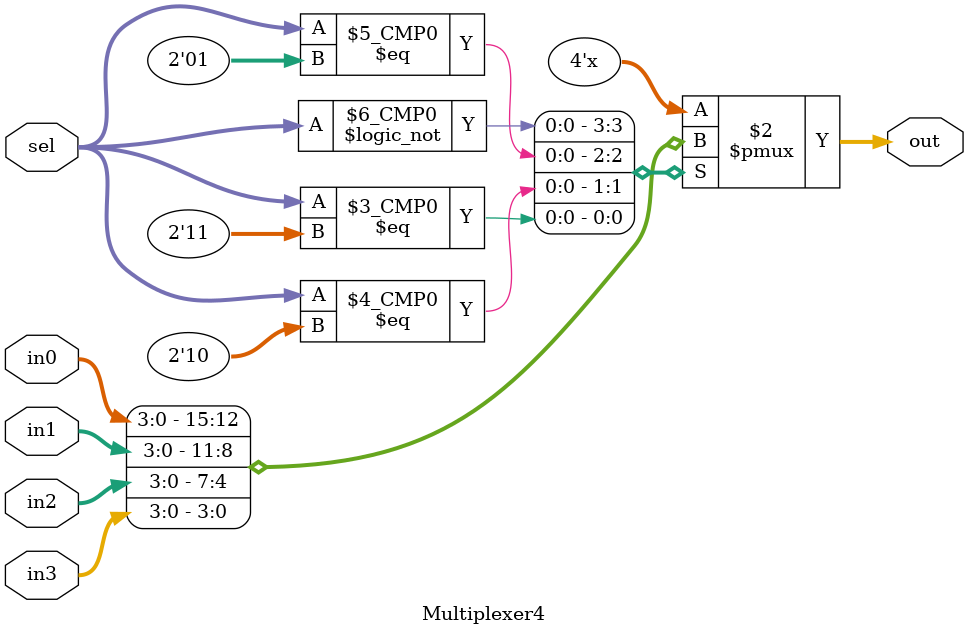
<source format=v>
module Multiplexer4(out, in0, in1, in2, in3, sel);
  output reg [3:0] out;
  input [3:0] in0, in1, in2, in3;
  input [1:0] sel;
  
  always @ (*)
    case (sel)
      0 : out = in0;
      1 : out = in1;
      2 : out = in2;
      3 : out = in3;
    endcase
endmodule
</source>
